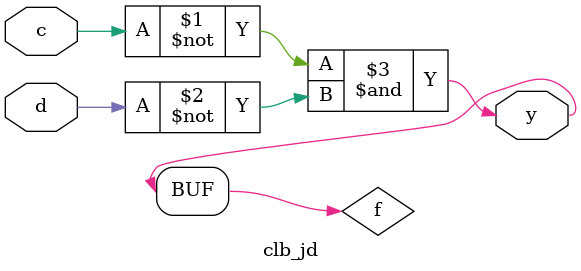
<source format=v>
module clb_jd(
	input c,
	input d,
	output y
);

	wire f;
	
	assign f = ~c & ~d;
	assign y = f;
	
endmodule

</source>
